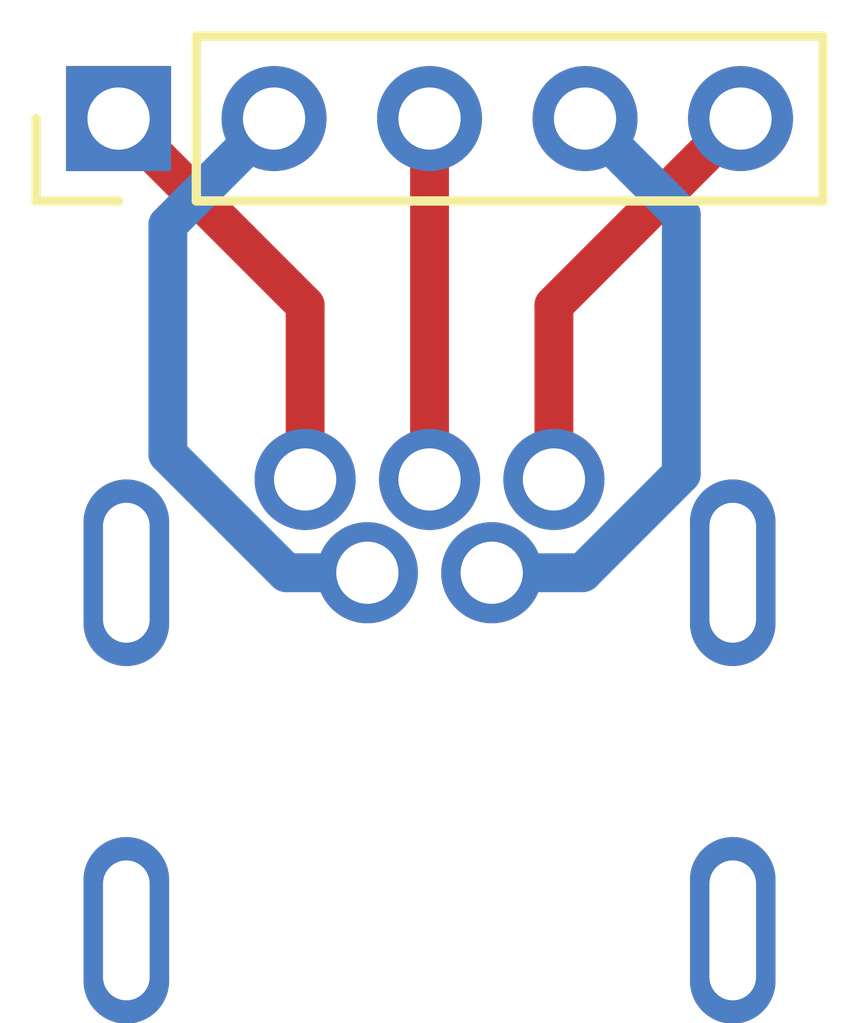
<source format=kicad_pcb>
(kicad_pcb (version 20240108) (generator "pcbnew") (generator_version "8.0")
  (layers (0 "F.Cu" signal) (31 "B.Cu" signal) (34 "B.Paste" user) (35 "F.Paste" user) (36 "B.SilkS" user "B.Silkscreen") (37 "F.SilkS" user "F.Silkscreen") (38 "B.Mask" user) (39 "F.Mask" user) (44 "Edge.Cuts" user))
  (net 0 "")
  (footprint "Footprints_cez:Mini usb" (layer "F.Cu") (at 166.852 78.133)
    (property "Reference" "REF**" (hide yes))
    (property "Value" "Mini usb" (hide yes))
    (pad "" thru_hole oval (at -4.064 -1.679) (size 1.1 2.4) (drill oval 0.6 1.8) (layers "*.Cu" "*.Mask"))
    (pad "" thru_hole oval (at -4.064 2.921) (size 1.1 2.4) (drill oval 0.6 1.8) (layers "*.Cu" "*.Mask"))
    (pad "" thru_hole oval (at 3.736 -1.679) (size 1.1 2.4) (drill oval 0.6 1.8) (layers "*.Cu" "*.Mask"))
    (pad "" thru_hole oval (at 3.736 2.921) (size 1.1 2.4) (drill oval 0.6 1.8) (layers "*.Cu" "*.Mask"))
    (pad "1" thru_hole circle (at -1.764 -2.879) (size 1.3 1.3) (drill 0.8) (layers "*.Cu" "*.Mask"))
    (pad "2" thru_hole circle (at -0.964 -1.679) (size 1.3 1.3) (drill 0.8) (layers "*.Cu" "*.Mask"))
    (pad "3" thru_hole circle (at -0.164 -2.879) (size 1.3 1.3) (drill 0.8) (layers "*.Cu" "*.Mask"))
    (pad "4" thru_hole circle (at 0.636 -1.679) (size 1.3 1.3) (drill 0.8) (layers "*.Cu" "*.Mask"))
    (pad "5" thru_hole circle (at 1.436 -2.879) (size 1.3 1.3) (drill 0.8) (layers "*.Cu" "*.Mask"))
  )
  (footprint "Connector_PinHeader_2.00mm:PinHeader_1x05_P2.00mm_Vertical" (layer "F.Cu") (at 162.688 70.612 90)
    (property "Reference" "REF**" (hide yes))
    (property "Value" "PinHeader_1x05_P2.00mm_Vertical" (hide yes))
    (fp_line (start -1.06 -1.06) (end 0 -1.06) (stroke (width 0.12)) (layer "F.SilkS"))
    (fp_line (start -1.06 0) (end -1.06 -1.06) (stroke (width 0.12)) (layer "F.SilkS"))
    (fp_line (start 1.06 1) (end 1.06 9.06) (stroke (width 0.12)) (layer "F.SilkS"))
    (fp_line (start -1.06 1) (end 1.06 1) (stroke (width 0.12)) (layer "F.SilkS"))
    (fp_line (start -1.06 1) (end -1.06 9.06) (stroke (width 0.12)) (layer "F.SilkS"))
    (fp_line (start -1.06 9.06) (end 1.06 9.06) (stroke (width 0.12)) (layer "F.SilkS"))
    (pad "1" thru_hole rect (at 0 0 90) (size 1.35 1.35) (drill 0.8) (layers "*.Cu" "*.Mask"))
    (pad "2" thru_hole oval (at 0 2 90) (size 1.35 1.35) (drill 0.8) (layers "*.Cu" "*.Mask"))
    (pad "3" thru_hole oval (at 0 4 90) (size 1.35 1.35) (drill 0.8) (layers "*.Cu" "*.Mask"))
    (pad "4" thru_hole oval (at 0 6 90) (size 1.35 1.35) (drill 0.8) (layers "*.Cu" "*.Mask"))
    (pad "5" thru_hole oval (at 0 8 90) (size 1.35 1.35) (drill 0.8) (layers "*.Cu" "*.Mask"))
  )
  (segment (start 165.088 73.012) (end 162.688 70.612) (width 0.5) (layer "F.Cu") (net 0))
  (segment (start 166.688 75.254) (end 166.688 70.612) (width 0.5) (layer "F.Cu") (net 0))
  (segment (start 165.088 75.254) (end 165.088 73.012) (width 0.5) (layer "F.Cu") (net 0))
  (segment (start 168.288 73.012) (end 170.688 70.612) (width 0.5) (layer "F.Cu") (net 0))
  (segment (start 168.288 75.254) (end 168.288 73.012) (width 0.5) (layer "F.Cu") (net 0))
  (segment (start 164.846 76.454) (end 163.322 74.93) (width 0.5) (layer "B.Cu") (net 0))
  (segment (start 163.322 71.978) (end 164.688 70.612) (width 0.5) (layer "B.Cu") (net 0))
  (segment (start 165.888 76.454) (end 164.846 76.454) (width 0.5) (layer "B.Cu") (net 0))
  (segment (start 168.656 76.454) (end 169.926 75.184) (width 0.5) (layer "B.Cu") (net 0))
  (segment (start 167.488 76.454) (end 168.656 76.454) (width 0.5) (layer "B.Cu") (net 0))
  (segment (start 169.926 75.184) (end 169.926 71.85) (width 0.5) (layer "B.Cu") (net 0))
  (segment (start 169.926 71.85) (end 168.688 70.612) (width 0.5) (layer "B.Cu") (net 0))
  (segment (start 163.322 74.93) (end 163.322 71.978) (width 0.5) (layer "B.Cu") (net 0))
)
</source>
